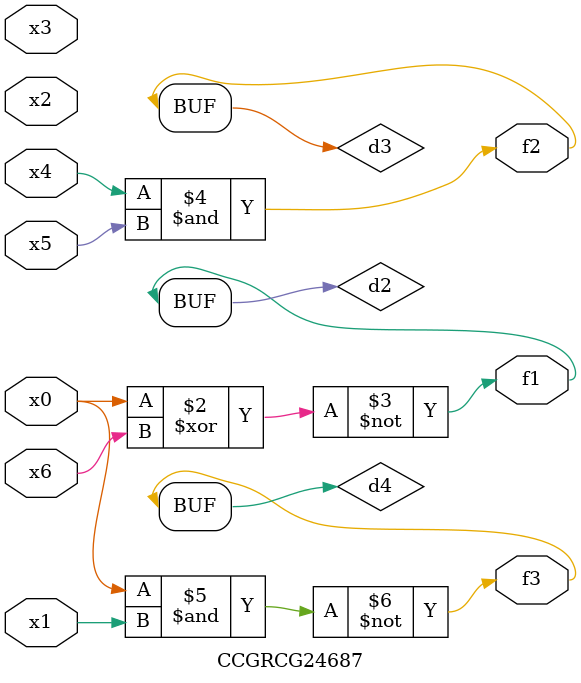
<source format=v>
module CCGRCG24687(
	input x0, x1, x2, x3, x4, x5, x6,
	output f1, f2, f3
);

	wire d1, d2, d3, d4;

	nor (d1, x0);
	xnor (d2, x0, x6);
	and (d3, x4, x5);
	nand (d4, x0, x1);
	assign f1 = d2;
	assign f2 = d3;
	assign f3 = d4;
endmodule

</source>
